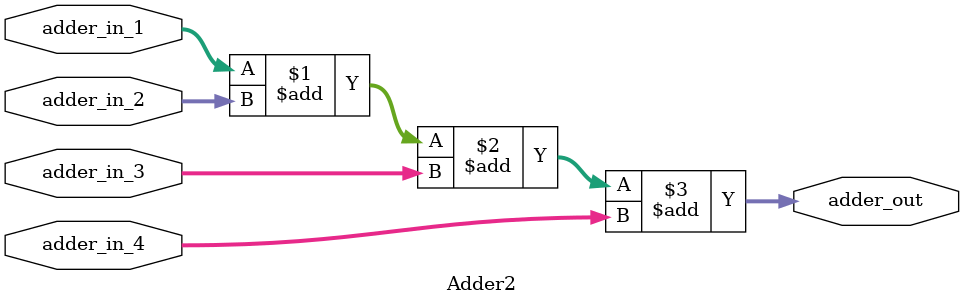
<source format=v>
module Adder2(
	input [6:0] adder_in_1,
	input [6:0] adder_in_2,
	input [4:0] adder_in_3,
	input [4:0] adder_in_4,
	output [6:0] adder_out
);

	assign adder_out = adder_in_1 + adder_in_2 + adder_in_3 + adder_in_4;

endmodule
</source>
